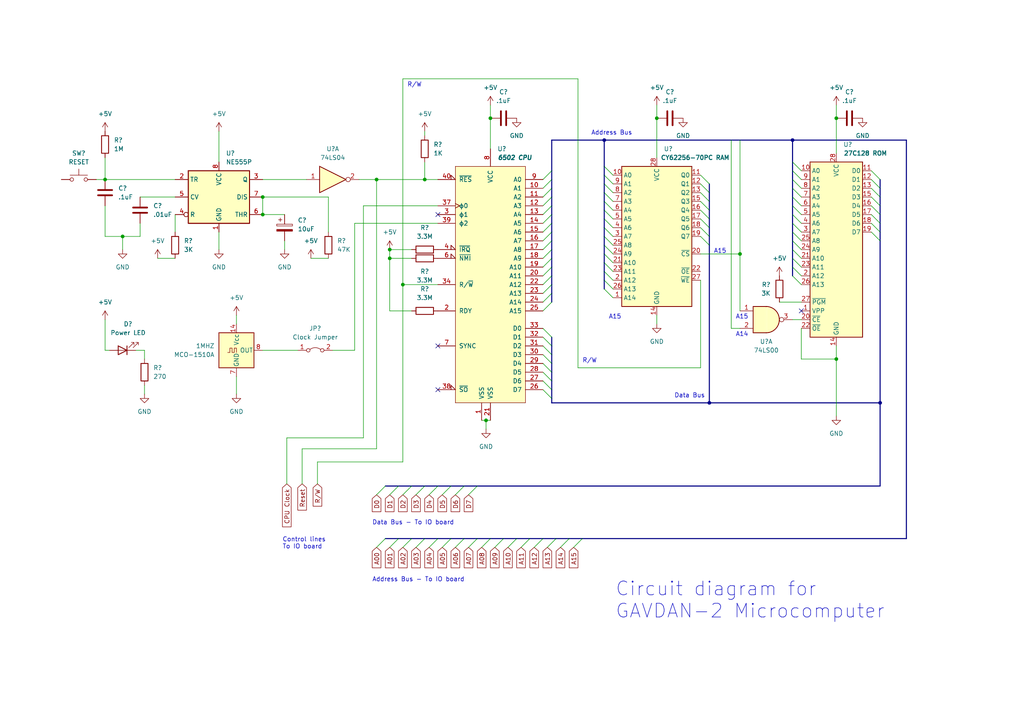
<source format=kicad_sch>
(kicad_sch (version 20211123) (generator eeschema)
  (paper "A4")
  (title_block (title "GAVDAN-2 Main Board") (date "09 October 2022") (rev "1.0"))
  (lib_symbols
    (symbol "65xx:6502" (pin_names (offset 1.016))
      (property "Reference" "U" (at -10.16 35.56 0))
      (property "Value" "6502" (at 0 0 90))
      (symbol "6502_0_1"
        (rectangle (start -10.16 34.29) (end 10.16 -34.29) (fill (type background)))
      )
      (symbol "6502_1_1"
        (pin power_in line (at -2.54 -39.37 90) (length 5.08) (name "VSS") (number "1"))
        (pin output line (at 15.24 27.94 180) (length 5.08) (name "A1") (number "10"))
        (pin output line (at 15.24 25.4 180) (length 5.08) (name "A2") (number "11"))
        (pin output line (at 15.24 22.86 180) (length 5.08) (name "A3") (number "12"))
        (pin output line (at 15.24 20.32 180) (length 5.08) (name "A4") (number "13"))
        (pin output line (at 15.24 17.78 180) (length 5.08) (name "A5") (number "14"))
        (pin output line (at 15.24 15.24 180) (length 5.08) (name "A6") (number "15"))
        (pin output line (at 15.24 12.7 180) (length 5.08) (name "A7") (number "16"))
        (pin output line (at 15.24 10.16 180) (length 5.08) (name "A8") (number "17"))
        (pin output line (at 15.24 7.62 180) (length 5.08) (name "A9") (number "18"))
        (pin output line (at 15.24 5.08 180) (length 5.08) (name "A10") (number "19"))
        (pin input line (at -15.24 -7.62 0) (length 5.08) (name "RDY") (number "2"))
        (pin output line (at 15.24 2.54 180) (length 5.08) (name "A11") (number "20"))
        (pin power_in line (at 0 -39.37 90) (length 5.08) (name "VSS") (number "21"))
        (pin output line (at 15.24 0 180) (length 5.08) (name "A12") (number "22"))
        (pin output line (at 15.24 -2.54 180) (length 5.08) (name "A13") (number "23"))
        (pin output line (at 15.24 -5.08 180) (length 5.08) (name "A14") (number "24"))
        (pin output line (at 15.24 -7.62 180) (length 5.08) (name "A15") (number "25"))
        (pin bidirectional line (at 15.24 -30.48 180) (length 5.08) (name "D7") (number "26"))
        (pin bidirectional line (at 15.24 -27.94 180) (length 5.08) (name "D6") (number "27"))
        (pin bidirectional line (at 15.24 -25.4 180) (length 5.08) (name "D5") (number "28"))
        (pin bidirectional line (at 15.24 -22.86 180) (length 5.08) (name "D4") (number "29"))
        (pin output line (at -15.24 20.32 0) (length 5.08) (name "ϕ1") (number "3"))
        (pin bidirectional line (at 15.24 -20.32 180) (length 5.08) (name "D3") (number "30"))
        (pin bidirectional line (at 15.24 -17.78 180) (length 5.08) (name "D2") (number "31"))
        (pin bidirectional line (at 15.24 -15.24 180) (length 5.08) (name "D1") (number "32"))
        (pin bidirectional line (at 15.24 -12.7 180) (length 5.08) (name "D0") (number "33"))
        (pin output line (at -15.24 0 0) (length 5.08) (name "R/~{W}") (number "34"))
        (pin no_connect non_logic (at -10.16 -25.4 0) (length 2.54) hide (name "nc") (number "35"))
        (pin no_connect non_logic (at -10.16 -27.94 0) (length 2.54) hide (name "nc") (number "36"))
        (pin input clock (at -15.24 22.86 0) (length 5.08) (name "ϕ0") (number "37"))
        (pin input input_low (at -15.24 -30.48 0) (length 5.08) (name "~{SO}") (number "38"))
        (pin output line (at -15.24 17.78 0) (length 5.08) (name "ϕ2") (number "39"))
        (pin input input_low (at -15.24 10.16 0) (length 5.08) (name "~{IRQ}") (number "4"))
        (pin input input_low (at -15.24 30.48 0) (length 5.08) (name "~{RES}") (number "40"))
        (pin no_connect non_logic (at -10.16 -22.86 0) (length 2.5654) hide (name "nc") (number "5"))
        (pin input input_low (at -15.24 7.62 0) (length 5.08) (name "~{NMI}") (number "6"))
        (pin output line (at -15.24 -17.78 0) (length 5.08) (name "SYNC") (number "7"))
        (pin power_in line (at 0 39.37 270) (length 5.08) (name "VCC") (number "8"))
        (pin output line (at 15.24 30.48 180) (length 5.08) (name "A0") (number "9"))
      )
    )
    (symbol "74xx:74LS00" (pin_names (offset 1.016))
      (property "Reference" "U" (at 0 1.27 0))
      (property "Value" "74LS00" (at 0 -1.27 0))
      (symbol "74LS00_1_1"
        (arc (start 0 -3.81) (mid 3.81 0) (end 0 3.81) (stroke (width 0.254)) (fill (type background)))
        (polyline (pts (xy 0 3.81) (xy -3.81 3.81) (xy -3.81 -3.81) (xy 0 -3.81)) (stroke (width 0.254)) (fill (type background)))
        (pin input line (at -7.62 2.54 0) (length 3.81) (name "~") (number "1"))
        (pin input line (at -7.62 -2.54 0) (length 3.81) (name "~") (number "2"))
        (pin output inverted (at 7.62 0 180) (length 3.81) (name "~") (number "3"))
      )
      (symbol "74LS00_1_2"
        (arc (start -3.81 -3.81) (mid -2.589 0) (end -3.81 3.81) (stroke (width 0.254)))
        (arc (start -0.6096 -3.81) (mid 2.1855 -2.584) (end 3.81 0) (stroke (width 0.254)) (fill (type background)))
        (polyline (pts (xy -3.81 -3.81) (xy -0.635 -3.81)) (stroke (width 0.254)) (fill (type background)))
        (polyline (pts (xy -3.81 3.81) (xy -0.635 3.81)) (stroke (width 0.254)) (fill (type background)))
        (polyline (pts (xy -0.635 3.81) (xy -3.81 3.81) (xy -3.81 3.81) (xy -3.556 3.4036) (xy -3.0226 2.2606) (xy -2.6924 1.0414) (xy -2.6162 -0.254) (xy -2.7686 -1.4986) (xy -3.175 -2.7178) (xy -3.81 -3.81) (xy -3.81 -3.81) (xy -0.635 -3.81)) (stroke (width -25.4)) (fill (type background)))
        (arc (start 3.81 0) (mid 2.1928 2.5925) (end -0.6096 3.81) (stroke (width 0.254)) (fill (type background)))
        (pin input inverted (at -7.62 2.54 0) (length 4.318) (name "~") (number "1"))
        (pin input inverted (at -7.62 -2.54 0) (length 4.318) (name "~") (number "2"))
        (pin output line (at 7.62 0 180) (length 3.81) (name "~") (number "3"))
      )
      (symbol "74LS00_2_1"
        (arc (start 0 -3.81) (mid 3.81 0) (end 0 3.81) (stroke (width 0.254)) (fill (type background)))
        (polyline (pts (xy 0 3.81) (xy -3.81 3.81) (xy -3.81 -3.81) (xy 0 -3.81)) (stroke (width 0.254)) (fill (type background)))
        (pin input line (at -7.62 2.54 0) (length 3.81) (name "~") (number "4"))
        (pin input line (at -7.62 -2.54 0) (length 3.81) (name "~") (number "5"))
        (pin output inverted (at 7.62 0 180) (length 3.81) (name "~") (number "6"))
      )
      (symbol "74LS00_2_2"
        (arc (start -3.81 -3.81) (mid -2.589 0) (end -3.81 3.81) (stroke (width 0.254)))
        (arc (start -0.6096 -3.81) (mid 2.1855 -2.584) (end 3.81 0) (stroke (width 0.254)) (fill (type background)))
        (polyline (pts (xy -3.81 -3.81) (xy -0.635 -3.81)) (stroke (width 0.254)) (fill (type background)))
        (polyline (pts (xy -3.81 3.81) (xy -0.635 3.81)) (stroke (width 0.254)) (fill (type background)))
        (polyline (pts (xy -0.635 3.81) (xy -3.81 3.81) (xy -3.81 3.81) (xy -3.556 3.4036) (xy -3.0226 2.2606) (xy -2.6924 1.0414) (xy -2.6162 -0.254) (xy -2.7686 -1.4986) (xy -3.175 -2.7178) (xy -3.81 -3.81) (xy -3.81 -3.81) (xy -0.635 -3.81)) (stroke (width -25.4)) (fill (type background)))
        (arc (start 3.81 0) (mid 2.1928 2.5925) (end -0.6096 3.81) (stroke (width 0.254)) (fill (type background)))
        (pin input inverted (at -7.62 2.54 0) (length 4.318) (name "~") (number "4"))
        (pin input inverted (at -7.62 -2.54 0) (length 4.318) (name "~") (number "5"))
        (pin output line (at 7.62 0 180) (length 3.81) (name "~") (number "6"))
      )
      (symbol "74LS00_3_1"
        (arc (start 0 -3.81) (mid 3.81 0) (end 0 3.81) (stroke (width 0.254)) (fill (type background)))
        (polyline (pts (xy 0 3.81) (xy -3.81 3.81) (xy -3.81 -3.81) (xy 0 -3.81)) (stroke (width 0.254)) (fill (type background)))
        (pin input line (at -7.62 -2.54 0) (length 3.81) (name "~") (number "10"))
        (pin output inverted (at 7.62 0 180) (length 3.81) (name "~") (number "8"))
        (pin input line (at -7.62 2.54 0) (length 3.81) (name "~") (number "9"))
      )
      (symbol "74LS00_3_2"
        (arc (start -3.81 -3.81) (mid -2.589 0) (end -3.81 3.81) (stroke (width 0.254)))
        (arc (start -0.6096 -3.81) (mid 2.1855 -2.584) (end 3.81 0) (stroke (width 0.254)) (fill (type background)))
        (polyline (pts (xy -3.81 -3.81) (xy -0.635 -3.81)) (stroke (width 0.254)) (fill (type background)))
        (polyline (pts (xy -3.81 3.81) (xy -0.635 3.81)) (stroke (width 0.254)) (fill (type background)))
        (polyline (pts (xy -0.635 3.81) (xy -3.81 3.81) (xy -3.81 3.81) (xy -3.556 3.4036) (xy -3.0226 2.2606) (xy -2.6924 1.0414) (xy -2.6162 -0.254) (xy -2.7686 -1.4986) (xy -3.175 -2.7178) (xy -3.81 -3.81) (xy -3.81 -3.81) (xy -0.635 -3.81)) (stroke (width -25.4)) (fill (type background)))
        (arc (start 3.81 0) (mid 2.1928 2.5925) (end -0.6096 3.81) (stroke (width 0.254)) (fill (type background)))
        (pin input inverted (at -7.62 -2.54 0) (length 4.318) (name "~") (number "10"))
        (pin output line (at 7.62 0 180) (length 3.81) (name "~") (number "8"))
        (pin input inverted (at -7.62 2.54 0) (length 4.318) (name "~") (number "9"))
      )
      (symbol "74LS00_4_1"
        (arc (start 0 -3.81) (mid 3.81 0) (end 0 3.81) (stroke (width 0.254)) (fill (type background)))
        (polyline (pts (xy 0 3.81) (xy -3.81 3.81) (xy -3.81 -3.81) (xy 0 -3.81)) (stroke (width 0.254)) (fill (type background)))
        (pin output inverted (at 7.62 0 180) (length 3.81) (name "~") (number "11"))
        (pin input line (at -7.62 2.54 0) (length 3.81) (name "~") (number "12"))
        (pin input line (at -7.62 -2.54 0) (length 3.81) (name "~") (number "13"))
      )
      (symbol "74LS00_4_2"
        (arc (start -3.81 -3.81) (mid -2.589 0) (end -3.81 3.81) (stroke (width 0.254)))
        (arc (start -0.6096 -3.81) (mid 2.1855 -2.584) (end 3.81 0) (stroke (width 0.254)) (fill (type background)))
        (polyline (pts (xy -3.81 -3.81) (xy -0.635 -3.81)) (stroke (width 0.254)) (fill (type background)))
        (polyline (pts (xy -3.81 3.81) (xy -0.635 3.81)) (stroke (width 0.254)) (fill (type background)))
        (polyline (pts (xy -0.635 3.81) (xy -3.81 3.81) (xy -3.81 3.81) (xy -3.556 3.4036) (xy -3.0226 2.2606) (xy -2.6924 1.0414) (xy -2.6162 -0.254) (xy -2.7686 -1.4986) (xy -3.175 -2.7178) (xy -3.81 -3.81) (xy -3.81 -3.81) (xy -0.635 -3.81)) (stroke (width -25.4)) (fill (type background)))
        (arc (start 3.81 0) (mid 2.1928 2.5925) (end -0.6096 3.81) (stroke (width 0.254)) (fill (type background)))
        (pin output line (at 7.62 0 180) (length 3.81) (name "~") (number "11"))
        (pin input inverted (at -7.62 2.54 0) (length 4.318) (name "~") (number "12"))
        (pin input inverted (at -7.62 -2.54 0) (length 4.318) (name "~") (number "13"))
      )
      (symbol "74LS00_5_0"
        (pin power_in line (at 0 12.7 270) (length 5.08) (name "VCC") (number "14"))
        (pin power_in line (at 0 -12.7 90) (length 5.08) (name "GND") (number "7"))
      )
      (symbol "74LS00_5_1"
        (rectangle (start -5.08 7.62) (end 5.08 -7.62) (stroke (width 0.254)) (fill (type background)))
      )
    )
    (symbol "74xx:74LS04"
      (property "Reference" "U" (at 0 1.27 0))
      (property "Value" "74LS04" (at 0 -1.27 0))
      (symbol "74LS04_1_0"
        (polyline (pts (xy -3.81 3.81) (xy -3.81 -3.81) (xy 3.81 0) (xy -3.81 3.81)) (stroke (width 0.254)) (fill (type background)))
        (pin input line (at -7.62 0 0) (length 3.81) (name "~") (number "1"))
        (pin output inverted (at 7.62 0 180) (length 3.81) (name "~") (number "2"))
      )
      (symbol "74LS04_2_0"
        (polyline (pts (xy -3.81 3.81) (xy -3.81 -3.81) (xy 3.81 0) (xy -3.81 3.81)) (stroke (width 0.254)) (fill (type background)))
        (pin input line (at -7.62 0 0) (length 3.81) (name "~") (number "3"))
        (pin output inverted (at 7.62 0 180) (length 3.81) (name "~") (number "4"))
      )
      (symbol "74LS04_3_0"
        (polyline (pts (xy -3.81 3.81) (xy -3.81 -3.81) (xy 3.81 0) (xy -3.81 3.81)) (stroke (width 0.254)) (fill (type background)))
        (pin input line (at -7.62 0 0) (length 3.81) (name "~") (number "5"))
        (pin output inverted (at 7.62 0 180) (length 3.81) (name "~") (number "6"))
      )
      (symbol "74LS04_4_0"
        (polyline (pts (xy -3.81 3.81) (xy -3.81 -3.81) (xy 3.81 0) (xy -3.81 3.81)) (stroke (width 0.254)) (fill (type background)))
        (pin output inverted (at 7.62 0 180) (length 3.81) (name "~") (number "8"))
        (pin input line (at -7.62 0 0) (length 3.81) (name "~") (number "9"))
      )
      (symbol "74LS04_5_0"
        (polyline (pts (xy -3.81 3.81) (xy -3.81 -3.81) (xy 3.81 0) (xy -3.81 3.81)) (stroke (width 0.254)) (fill (type background)))
        (pin output inverted (at 7.62 0 180) (length 3.81) (name "~") (number "10"))
        (pin input line (at -7.62 0 0) (length 3.81) (name "~") (number "11"))
      )
      (symbol "74LS04_6_0"
        (polyline (pts (xy -3.81 3.81) (xy -3.81 -3.81) (xy 3.81 0) (xy -3.81 3.81)) (stroke (width 0.254)) (fill (type background)))
        (pin output inverted (at 7.62 0 180) (length 3.81) (name "~") (number "12"))
        (pin input line (at -7.62 0 0) (length 3.81) (name "~") (number "13"))
      )
      (symbol "74LS04_7_0"
        (pin power_in line (at 0 12.7 270) (length 5.08) (name "VCC") (number "14"))
        (pin power_in line (at 0 -12.7 90) (length 5.08) (name "GND") (number "7"))
      )
      (symbol "74LS04_7_1"
        (rectangle (start -5.08 7.62) (end 5.08 -7.62) (stroke (width 0.254)) (fill (type background)))
      )
    )
    (symbol "Device:C" (pin_numbers hide) (pin_names (offset 0.254))
      (property "Reference" "C" (at 0.635 2.54 0))
      (property "Value" "C" (at 0.635 -2.54 0))
      (symbol "C_0_1"
        (polyline (pts (xy -2.032 -0.762) (xy 2.032 -0.762)) (stroke (width 0.508)))
        (polyline (pts (xy -2.032 0.762) (xy 2.032 0.762)) (stroke (width 0.508)))
      )
      (symbol "C_1_1"
        (pin passive line (at 0 3.81 270) (length 2.794) (name "~") (number "1"))
        (pin passive line (at 0 -3.81 90) (length 2.794) (name "~") (number "2"))
      )
    )
    (symbol "Device:C_Polarized" (pin_numbers hide) (pin_names (offset 0.254))
      (property "Reference" "C" (at 0.635 2.54 0))
      (property "Value" "C_Polarized" (at 0.635 -2.54 0))
      (symbol "C_Polarized_0_1"
        (rectangle (start -2.286 0.508) (end 2.286 1.016))
        (polyline (pts (xy -1.778 2.286) (xy -0.762 2.286)))
        (polyline (pts (xy -1.27 2.794) (xy -1.27 1.778)))
        (rectangle (start 2.286 -0.508) (end -2.286 -1.016) (fill (type outline)))
      )
      (symbol "C_Polarized_1_1"
        (pin passive line (at 0 3.81 270) (length 2.794) (name "~") (number "1"))
        (pin passive line (at 0 -3.81 90) (length 2.794) (name "~") (number "2"))
      )
    )
    (symbol "Device:LED" (pin_numbers hide) (pin_names (offset 1.016) hide)
      (property "Reference" "D" (at 0 2.54 0))
      (property "Value" "LED" (at 0 -2.54 0))
      (symbol "LED_0_1"
        (polyline (pts (xy -1.27 -1.27) (xy -1.27 1.27)) (stroke (width 0.254)))
        (polyline (pts (xy -1.27 0) (xy 1.27 0)))
        (polyline (pts (xy 1.27 -1.27) (xy 1.27 1.27) (xy -1.27 0) (xy 1.27 -1.27)) (stroke (width 0.254)))
        (polyline (pts (xy -3.048 -0.762) (xy -4.572 -2.286) (xy -3.81 -2.286) (xy -4.572 -2.286) (xy -4.572 -1.524)))
        (polyline (pts (xy -1.778 -0.762) (xy -3.302 -2.286) (xy -2.54 -2.286) (xy -3.302 -2.286) (xy -3.302 -1.524)))
      )
      (symbol "LED_1_1"
        (pin passive line (at -3.81 0 0) (length 2.54) (name "K") (number "1"))
        (pin passive line (at 3.81 0 180) (length 2.54) (name "A") (number "2"))
      )
    )
    (symbol "Device:R" (pin_numbers hide) (pin_names (offset 0))
      (property "Reference" "R" (at 2.032 0 90))
      (property "Value" "R" (at 0 0 90))
      (symbol "R_0_1"
        (rectangle (start -1.016 -2.54) (end 1.016 2.54) (stroke (width 0.254)))
      )
      (symbol "R_1_1"
        (pin passive line (at 0 3.81 270) (length 1.27) (name "~") (number "1"))
        (pin passive line (at 0 -3.81 90) (length 1.27) (name "~") (number "2"))
      )
    )
    (symbol "Jumper:Jumper_2_Bridged" (pin_names (offset 0) hide)
      (property "Reference" "JP" (at 0 1.905 0))
      (property "Value" "Jumper_2_Bridged" (at 0 -2.54 0))
      (symbol "Jumper_2_Bridged_0_0"
        (circle (center -2.032 0) (radius 0.508))
        (circle (center 2.032 0) (radius 0.508))
      )
      (symbol "Jumper_2_Bridged_0_1"
        (arc (start 1.524 0.254) (mid 0 0.762) (end -1.524 0.254))
      )
      (symbol "Jumper_2_Bridged_1_1"
        (pin passive line (at -5.08 0 0) (length 2.54) (name "A") (number "1"))
        (pin passive line (at 5.08 0 180) (length 2.54) (name "B") (number "2"))
      )
    )
    (symbol "Memory_EPROM:27C128"
      (property "Reference" "U" (at -7.62 26.67 0))
      (property "Value" "27C128" (at 2.54 -26.67 0))
      (symbol "27C128_1_1"
        (rectangle (start -7.62 25.4) (end 7.62 -25.4) (stroke (width 0.254)) (fill (type background)))
        (pin input line (at -10.16 -17.78 0) (length 2.54) (name "VPP") (number "1"))
        (pin input line (at -10.16 22.86 0) (length 2.54) (name "A0") (number "10"))
        (pin tri_state line (at 10.16 22.86 180) (length 2.54) (name "D0") (number "11"))
        (pin tri_state line (at 10.16 20.32 180) (length 2.54) (name "D1") (number "12"))
        (pin tri_state line (at 10.16 17.78 180) (length 2.54) (name "D2") (number "13"))
        (pin power_in line (at 0 -27.94 90) (length 2.54) (name "GND") (number "14"))
        (pin tri_state line (at 10.16 15.24 180) (length 2.54) (name "D3") (number "15"))
        (pin tri_state line (at 10.16 12.7 180) (length 2.54) (name "D4") (number "16"))
        (pin tri_state line (at 10.16 10.16 180) (length 2.54) (name "D5") (number "17"))
        (pin tri_state line (at 10.16 7.62 180) (length 2.54) (name "D6") (number "18"))
        (pin tri_state line (at 10.16 5.08 180) (length 2.54) (name "D7") (number "19"))
        (pin input line (at -10.16 -7.62 0) (length 2.54) (name "A12") (number "2"))
        (pin input line (at -10.16 -20.32 0) (length 2.54) (name "~{CE}") (number "20"))
        (pin input line (at -10.16 -2.54 0) (length 2.54) (name "A10") (number "21"))
        (pin input line (at -10.16 -22.86 0) (length 2.54) (name "~{OE}") (number "22"))
        (pin input line (at -10.16 -5.08 0) (length 2.54) (name "A11") (number "23"))
        (pin input line (at -10.16 0 0) (length 2.54) (name "A9") (number "24"))
        (pin input line (at -10.16 2.54 0) (length 2.54) (name "A8") (number "25"))
        (pin input line (at -10.16 -10.16 0) (length 2.54) (name "A13") (number "26"))
        (pin input line (at -10.16 -15.24 0) (length 2.54) (name "~{PGM}") (number "27"))
        (pin power_in line (at 0 27.94 270) (length 2.54) (name "VCC") (number "28"))
        (pin input line (at -10.16 5.08 0) (length 2.54) (name "A7") (number "3"))
        (pin input line (at -10.16 7.62 0) (length 2.54) (name "A6") (number "4"))
        (pin input line (at -10.16 10.16 0) (length 2.54) (name "A5") (number "5"))
        (pin input line (at -10.16 12.7 0) (length 2.54) (name "A4") (number "6"))
        (pin input line (at -10.16 15.24 0) (length 2.54) (name "A3") (number "7"))
        (pin input line (at -10.16 17.78 0) (length 2.54) (name "A2") (number "8"))
        (pin input line (at -10.16 20.32 0) (length 2.54) (name "A1") (number "9"))
      )
    )
    (symbol "Memory_RAM:CY62256-70PC"
      (property "Reference" "U" (at -10.16 20.955 0))
      (property "Value" "CY62256-70PC" (at 2.54 20.955 0))
      (symbol "CY62256-70PC_0_0"
        (pin power_in line (at 0 -22.86 90) (length 2.54) (name "GND") (number "14"))
        (pin power_in line (at 0 22.86 270) (length 2.54) (name "VCC") (number "28"))
      )
      (symbol "CY62256-70PC_0_1"
        (rectangle (start -10.16 20.32) (end 10.16 -20.32) (stroke (width 0.254)) (fill (type background)))
      )
      (symbol "CY62256-70PC_1_1"
        (pin input line (at -12.7 -17.78 0) (length 2.54) (name "A14") (number "1"))
        (pin input line (at -12.7 17.78 0) (length 2.54) (name "A0") (number "10"))
        (pin tri_state line (at 12.7 17.78 180) (length 2.54) (name "Q0") (number "11"))
        (pin tri_state line (at 12.7 15.24 180) (length 2.54) (name "Q1") (number "12"))
        (pin tri_state line (at 12.7 12.7 180) (length 2.54) (name "Q2") (number "13"))
        (pin tri_state line (at 12.7 10.16 180) (length 2.54) (name "Q3") (number "15"))
        (pin tri_state line (at 12.7 7.62 180) (length 2.54) (name "Q4") (number "16"))
        (pin tri_state line (at 12.7 5.08 180) (length 2.54) (name "Q5") (number "17"))
        (pin tri_state line (at 12.7 2.54 180) (length 2.54) (name "Q6") (number "18"))
        (pin tri_state line (at 12.7 0 180) (length 2.54) (name "Q7") (number "19"))
        (pin input line (at -12.7 -12.7 0) (length 2.54) (name "A12") (number "2"))
        (pin input line (at 12.7 -5.08 180) (length 2.54) (name "~{CS}") (number "20"))
        (pin input line (at -12.7 -7.62 0) (length 2.54) (name "A10") (number "21"))
        (pin input line (at 12.7 -10.16 180) (length 2.54) (name "~{OE}") (number "22"))
        (pin input line (at -12.7 -10.16 0) (length 2.54) (name "A11") (number "23"))
        (pin input line (at -12.7 -5.08 0) (length 2.54) (name "A9") (number "24"))
        (pin input line (at -12.7 -2.54 0) (length 2.54) (name "A8") (number "25"))
        (pin input line (at -12.7 -15.24 0) (length 2.54) (name "A13") (number "26"))
        (pin input line (at 12.7 -12.7 180) (length 2.54) (name "~{WE}") (number "27"))
        (pin input line (at -12.7 0 0) (length 2.54) (name "A7") (number "3"))
        (pin input line (at -12.7 2.54 0) (length 2.54) (name "A6") (number "4"))
        (pin input line (at -12.7 5.08 0) (length 2.54) (name "A5") (number "5"))
        (pin input line (at -12.7 7.62 0) (length 2.54) (name "A4") (number "6"))
        (pin input line (at -12.7 10.16 0) (length 2.54) (name "A3") (number "7"))
        (pin input line (at -12.7 12.7 0) (length 2.54) (name "A2") (number "8"))
        (pin input line (at -12.7 15.24 0) (length 2.54) (name "A1") (number "9"))
      )
    )
    (symbol "Oscillator:ACO-xxxMHz" (pin_names (offset 0.254))
      (property "Reference" "X" (at -5.08 6.35 0))
      (property "Value" "ACO-xxxMHz" (at 1.27 -6.35 0))
      (symbol "ACO-xxxMHz_0_1"
        (rectangle (start -5.08 5.08) (end 5.08 -5.08) (stroke (width 0.254)) (fill (type background)))
        (polyline (pts (xy -2.54 -0.635) (xy -1.905 -0.635) (xy -1.905 0.635) (xy -1.27 0.635) (xy -1.27 -0.635) (xy -0.635 -0.635) (xy -0.635 0.635) (xy 0 0.635) (xy 0 -0.635)))
      )
      (symbol "ACO-xxxMHz_1_1"
        (pin no_connect line (at -7.62 0 0) (length 2.54) hide (name "NC") (number "1"))
        (pin power_in line (at 0 7.62 270) (length 2.54) (name "Vcc") (number "14"))
        (pin power_in line (at 0 -7.62 90) (length 2.54) (name "GND") (number "7"))
        (pin output line (at 7.62 0 180) (length 2.54) (name "OUT") (number "8"))
      )
    )
    (symbol "Switch:SW_MEC_5G" (pin_numbers hide) (pin_names (offset 1.016) hide)
      (property "Reference" "SW" (at 1.27 2.54 0))
      (property "Value" "SW_MEC_5G" (at 0 -1.524 0))
      (symbol "SW_MEC_5G_0_1"
        (circle (center -2.032 0) (radius 0.508))
        (polyline (pts (xy 0 1.27) (xy 0 3.048)))
        (polyline (pts (xy 2.54 1.27) (xy -2.54 1.27)))
        (circle (center 2.032 0) (radius 0.508))
        (pin passive line (at -5.08 0 0) (length 2.54) (name "A") (number "1"))
        (pin passive line (at 5.08 0 180) (length 2.54) (name "B") (number "3"))
      )
      (symbol "SW_MEC_5G_1_1"
        (pin passive line (at -5.08 0 0) (length 2.54) hide (name "A") (number "2"))
        (pin passive line (at 5.08 0 180) (length 2.54) hide (name "B") (number "4"))
      )
    )
    (symbol "Timer:NE555P"
      (property "Reference" "U" (at -10.16 8.89 0))
      (property "Value" "NE555P" (at 2.54 8.89 0))
      (symbol "NE555P_0_0"
        (pin power_in line (at 0 -10.16 90) (length 2.54) (name "GND") (number "1"))
        (pin power_in line (at 0 10.16 270) (length 2.54) (name "VCC") (number "8"))
      )
      (symbol "NE555P_0_1"
        (rectangle (start -8.89 -7.62) (end 8.89 7.62) (stroke (width 0.254)) (fill (type background)))
        (rectangle (start -8.89 -7.62) (end 8.89 7.62) (stroke (width 0.254)) (fill (type background)))
      )
      (symbol "NE555P_1_1"
        (pin input line (at -12.7 5.08 0) (length 3.81) (name "TR") (number "2"))
        (pin output line (at 12.7 5.08 180) (length 3.81) (name "Q") (number "3"))
        (pin input inverted (at -12.7 -5.08 0) (length 3.81) (name "R") (number "4"))
        (pin input line (at -12.7 0 0) (length 3.81) (name "CV") (number "5"))
        (pin input line (at 12.7 -5.08 180) (length 3.81) (name "THR") (number "6"))
        (pin input line (at 12.7 0 180) (length 3.81) (name "DIS") (number "7"))
      )
    )
    (symbol "power:+5V" (power) (pin_names (offset 0))
      (property "Value" "+5V" (at 0 3.556 0))
      (symbol "+5V_0_1"
        (polyline (pts (xy -0.762 1.27) (xy 0 2.54)))
        (polyline (pts (xy 0 0) (xy 0 2.54)))
        (polyline (pts (xy 0 2.54) (xy 0.762 1.27)))
      )
      (symbol "+5V_1_1"
        (pin power_in line (at 0 0 90) (length 0) hide (name "+5V") (number "1"))
      )
    )
    (symbol "power:GND" (power) (pin_names (offset 0))
      (property "Value" "GND" (at 0 -3.81 0))
      (symbol "GND_0_1"
        (polyline (pts (xy 0 0) (xy 0 -1.27) (xy 1.27 -1.27) (xy 0 -2.54) (xy -1.27 -1.27) (xy 0 -1.27)))
      )
      (symbol "GND_1_1"
        (pin power_in line (at 0 0 270) (length 0) hide (name "GND") (number "1"))
      )
    )
  )
  (junction (at 35.56 68.58))
  (junction (at 109.22 52.07))
  (junction (at 113.03 72.39))
  (junction (at 116.84 82.55))
  (junction (at 113.03 74.93))
  (junction (at 255.27 116.84))
  (junction (at 123.19 52.07))
  (junction (at 214.63 73.66))
  (junction (at 76.2 62.23))
  (junction (at 30.48 52.07))
  (junction (at 205.74 116.84))
  (junction (at 175.26 40.64))
  (junction (at 242.57 104.14))
  (junction (at 76.2 57.15))
  (junction (at 229.87 40.64))
  (junction (at 242.57 34.29))
  (junction (at 140.97 121.92))
  (junction (at 142.24 34.29))
  (junction (at 190.5 34.29))
  (no_connect (at 127 62.23))
  (no_connect (at 127 100.33))
  (no_connect (at 127 113.03))
  (no_connect (at 232.41 90.17))
  (bus_entry (at 127 140.97) (size -2.54 2.54))
  (bus_entry (at 115.57 156.21) (size -2.54 2.54))
  (bus_entry (at 111.76 156.21) (size -2.54 2.54))
  (bus_entry (at 119.38 156.21) (size -2.54 2.54))
  (bus_entry (at 127 156.21) (size -2.54 2.54))
  (bus_entry (at 123.19 156.21) (size -2.54 2.54))
  (bus_entry (at 134.62 156.21) (size -2.54 2.54))
  (bus_entry (at 130.81 156.21) (size -2.54 2.54))
  (bus_entry (at 134.62 140.97) (size -2.54 2.54))
  (bus_entry (at 130.81 140.97) (size -2.54 2.54))
  (bus_entry (at 123.19 140.97) (size -2.54 2.54))
  (bus_entry (at 157.48 57.15) (size 2.54 -2.54))
  (bus_entry (at 157.48 59.69) (size 2.54 -2.54))
  (bus_entry (at 157.48 52.07) (size 2.54 -2.54))
  (bus_entry (at 157.48 54.61) (size 2.54 -2.54))
  (bus_entry (at 157.48 62.23) (size 2.54 -2.54))
  (bus_entry (at 157.48 67.31) (size 2.54 -2.54))
  (bus_entry (at 157.48 74.93) (size 2.54 -2.54))
  (bus_entry (at 157.48 72.39) (size 2.54 -2.54))
  (bus_entry (at 157.48 69.85) (size 2.54 -2.54))
  (bus_entry (at 157.48 77.47) (size 2.54 -2.54))
  (bus_entry (at 157.48 82.55) (size 2.54 -2.54))
  (bus_entry (at 157.48 87.63) (size 2.54 -2.54))
  (bus_entry (at 157.48 90.17) (size 2.54 -2.54))
  (bus_entry (at 157.48 80.01) (size 2.54 -2.54))
  (bus_entry (at 157.48 85.09) (size 2.54 -2.54))
  (bus_entry (at 157.48 64.77) (size 2.54 -2.54))
  (bus_entry (at 177.8 63.5) (size -2.54 -2.54))
  (bus_entry (at 177.8 60.96) (size -2.54 -2.54))
  (bus_entry (at 177.8 83.82) (size -2.54 -2.54))
  (bus_entry (at 177.8 81.28) (size -2.54 -2.54))
  (bus_entry (at 177.8 86.36) (size -2.54 -2.54))
  (bus_entry (at 177.8 55.88) (size -2.54 -2.54))
  (bus_entry (at 177.8 58.42) (size -2.54 -2.54))
  (bus_entry (at 177.8 50.8) (size -2.54 -2.54))
  (bus_entry (at 177.8 53.34) (size -2.54 -2.54))
  (bus_entry (at 177.8 73.66) (size -2.54 -2.54))
  (bus_entry (at 177.8 76.2) (size -2.54 -2.54))
  (bus_entry (at 177.8 78.74) (size -2.54 -2.54))
  (bus_entry (at 177.8 71.12) (size -2.54 -2.54))
  (bus_entry (at 177.8 68.58) (size -2.54 -2.54))
  (bus_entry (at 177.8 66.04) (size -2.54 -2.54))
  (bus_entry (at 203.2 58.42) (size 2.54 2.54))
  (bus_entry (at 203.2 60.96) (size 2.54 2.54))
  (bus_entry (at 203.2 68.58) (size 2.54 2.54))
  (bus_entry (at 203.2 50.8) (size 2.54 2.54))
  (bus_entry (at 203.2 53.34) (size 2.54 2.54))
  (bus_entry (at 203.2 55.88) (size 2.54 2.54))
  (bus_entry (at 203.2 66.04) (size 2.54 2.54))
  (bus_entry (at 203.2 63.5) (size 2.54 2.54))
  (bus_entry (at 157.48 156.21) (size -2.54 2.54))
  (bus_entry (at 165.1 156.21) (size -2.54 2.54))
  (bus_entry (at 161.29 156.21) (size -2.54 2.54))
  (bus_entry (at 232.41 67.31) (size -2.54 -2.54))
  (bus_entry (at 232.41 69.85) (size -2.54 -2.54))
  (bus_entry (at 232.41 82.55) (size -2.54 -2.54))
  (bus_entry (at 232.41 72.39) (size -2.54 -2.54))
  (bus_entry (at 232.41 74.93) (size -2.54 -2.54))
  (bus_entry (at 232.41 64.77) (size -2.54 -2.54))
  (bus_entry (at 232.41 80.01) (size -2.54 -2.54))
  (bus_entry (at 232.41 77.47) (size -2.54 -2.54))
  (bus_entry (at 232.41 49.53) (size -2.54 -2.54))
  (bus_entry (at 232.41 59.69) (size -2.54 -2.54))
  (bus_entry (at 232.41 54.61) (size -2.54 -2.54))
  (bus_entry (at 232.41 52.07) (size -2.54 -2.54))
  (bus_entry (at 232.41 62.23) (size -2.54 -2.54))
  (bus_entry (at 232.41 57.15) (size -2.54 -2.54))
  (bus_entry (at 146.05 156.21) (size -2.54 2.54))
  (bus_entry (at 142.24 156.21) (size -2.54 2.54))
  (bus_entry (at 138.43 156.21) (size -2.54 2.54))
  (bus_entry (at 157.48 95.25) (size 2.54 2.54))
  (bus_entry (at 157.48 113.03) (size 2.54 2.54))
  (bus_entry (at 157.48 102.87) (size 2.54 2.54))
  (bus_entry (at 157.48 97.79) (size 2.54 2.54))
  (bus_entry (at 157.48 110.49) (size 2.54 2.54))
  (bus_entry (at 157.48 105.41) (size 2.54 2.54))
  (bus_entry (at 157.48 100.33) (size 2.54 2.54))
  (bus_entry (at 157.48 107.95) (size 2.54 2.54))
  (bus_entry (at 115.57 140.97) (size -2.54 2.54))
  (bus_entry (at 138.43 140.97) (size -2.54 2.54))
  (bus_entry (at 149.86 156.21) (size -2.54 2.54))
  (bus_entry (at 168.91 156.21) (size -2.54 2.54))
  (bus_entry (at 119.38 140.97) (size -2.54 2.54))
  (bus_entry (at 252.73 67.31) (size 2.54 2.54))
  (bus_entry (at 252.73 62.23) (size 2.54 2.54))
  (bus_entry (at 252.73 49.53) (size 2.54 2.54))
  (bus_entry (at 252.73 64.77) (size 2.54 2.54))
  (bus_entry (at 252.73 59.69) (size 2.54 2.54))
  (bus_entry (at 252.73 57.15) (size 2.54 2.54))
  (bus_entry (at 252.73 52.07) (size 2.54 2.54))
  (bus_entry (at 252.73 54.61) (size 2.54 2.54))
  (bus_entry (at 111.76 140.97) (size -2.54 2.54))
  (bus_entry (at 153.67 156.21) (size -2.54 2.54))
  (wire (pts (xy 229.87 92.71) (xy 232.41 92.71)))
  (wire (pts (xy 102.87 64.77) (xy 127 64.77)))
  (bus (pts (xy 175.26 53.34) (xy 175.26 50.8)))
  (bus (pts (xy 229.87 54.61) (xy 229.87 57.15)))
  (bus (pts (xy 119.38 156.21) (xy 123.19 156.21)))
  (wire (pts (xy 113.03 74.93) (xy 113.03 72.39)))
  (bus (pts (xy 160.02 77.47) (xy 160.02 80.01)))
  (bus (pts (xy 229.87 67.31) (xy 229.87 69.85)))
  (bus (pts (xy 205.74 116.84) (xy 255.27 116.84)))
  (bus (pts (xy 175.26 68.58) (xy 175.26 66.04)))
  (wire (pts (xy 30.48 45.72) (xy 30.48 52.07)))
  (bus (pts (xy 168.91 156.21) (xy 262.89 156.21)))
  (bus (pts (xy 229.87 40.64) (xy 229.87 46.99)))
  (wire (pts (xy 116.84 22.86) (xy 167.64 22.86)))
  (bus (pts (xy 175.26 58.42) (xy 175.26 55.88)))
  (bus (pts (xy 175.26 40.64) (xy 229.87 40.64)))
  (wire (pts (xy 102.87 101.6) (xy 102.87 64.77)))
  (wire (pts (xy 116.84 82.55) (xy 116.84 133.985)))
  (bus (pts (xy 205.74 71.12) (xy 205.74 68.58)))
  (bus (pts (xy 255.27 57.15) (xy 255.27 59.69)))
  (wire (pts (xy 109.22 52.07) (xy 109.22 130.175)))
  (bus (pts (xy 175.26 78.74) (xy 175.26 76.2)))
  (wire (pts (xy 127 82.55) (xy 116.84 82.55)))
  (wire (pts (xy 113.03 90.17) (xy 113.03 74.93)))
  (bus (pts (xy 115.57 156.21) (xy 119.38 156.21)))
  (wire (pts (xy 140.97 121.92) (xy 142.24 121.92)))
  (bus (pts (xy 229.87 59.69) (xy 229.87 62.23)))
  (bus (pts (xy 160.02 85.09) (xy 160.02 87.63)))
  (bus (pts (xy 153.67 156.21) (xy 157.48 156.21)))
  (wire (pts (xy 63.5 67.31) (xy 63.5 72.39)))
  (bus (pts (xy 205.74 63.5) (xy 205.74 60.96)))
  (bus (pts (xy 160.02 40.64) (xy 160.02 49.53)))
  (bus (pts (xy 229.87 64.77) (xy 229.87 67.31)))
  (wire (pts (xy 142.24 34.29) (xy 142.24 43.18)))
  (bus (pts (xy 205.74 55.88) (xy 205.74 53.34)))
  (bus (pts (xy 119.38 140.97) (xy 123.19 140.97)))
  (wire (pts (xy 113.03 72.39) (xy 119.38 72.39)))
  (wire (pts (xy 35.56 68.58) (xy 35.56 72.39)))
  (wire (pts (xy 214.63 40.64) (xy 214.63 73.66)))
  (wire (pts (xy 109.22 52.07) (xy 123.19 52.07)))
  (bus (pts (xy 262.89 40.64) (xy 262.89 156.21)))
  (bus (pts (xy 229.87 62.23) (xy 229.87 64.77)))
  (wire (pts (xy 39.37 101.6) (xy 41.91 101.6)))
  (wire (pts (xy 116.84 82.55) (xy 116.84 22.86)))
  (bus (pts (xy 160.02 52.07) (xy 160.02 54.61)))
  (bus (pts (xy 160.02 72.39) (xy 160.02 74.93)))
  (bus (pts (xy 175.26 66.04) (xy 175.26 63.5)))
  (wire (pts (xy 96.52 101.6) (xy 102.87 101.6)))
  (wire (pts (xy 109.22 130.175) (xy 87.63 130.175)))
  (bus (pts (xy 142.24 156.21) (xy 146.05 156.21)))
  (bus (pts (xy 175.26 48.26) (xy 175.26 40.64)))
  (wire (pts (xy 68.58 109.22) (xy 68.58 114.3)))
  (wire (pts (xy 31.75 101.6) (xy 30.48 101.6)))
  (wire (pts (xy 232.41 95.25) (xy 232.41 104.14)))
  (wire (pts (xy 203.2 81.28) (xy 203.2 106.68)))
  (wire (pts (xy 35.56 68.58) (xy 40.64 68.58)))
  (wire (pts (xy 190.5 34.29) (xy 190.5 45.72)))
  (bus (pts (xy 255.27 67.31) (xy 255.27 69.85)))
  (bus (pts (xy 229.87 46.99) (xy 229.87 49.53)))
  (bus (pts (xy 175.26 60.96) (xy 175.26 58.42)))
  (wire (pts (xy 104.14 52.07) (xy 109.22 52.07)))
  (bus (pts (xy 160.02 113.03) (xy 160.02 115.57)))
  (wire (pts (xy 40.64 64.77) (xy 40.64 68.58)))
  (wire (pts (xy 30.48 52.07) (xy 50.8 52.07)))
  (bus (pts (xy 130.81 156.21) (xy 134.62 156.21)))
  (wire (pts (xy 30.48 68.58) (xy 35.56 68.58)))
  (bus (pts (xy 115.57 140.97) (xy 119.38 140.97)))
  (wire (pts (xy 82.55 69.85) (xy 82.55 72.39)))
  (wire (pts (xy 41.91 111.76) (xy 41.91 114.3)))
  (bus (pts (xy 229.87 49.53) (xy 229.87 52.07)))
  (bus (pts (xy 205.74 58.42) (xy 205.74 55.88)))
  (bus (pts (xy 255.27 59.69) (xy 255.27 62.23)))
  (bus (pts (xy 123.19 140.97) (xy 127 140.97)))
  (wire (pts (xy 242.57 30.48) (xy 242.57 34.29)))
  (wire (pts (xy 76.2 57.15) (xy 76.2 62.23)))
  (bus (pts (xy 175.26 63.5) (xy 175.26 60.96)))
  (wire (pts (xy 90.17 74.93) (xy 95.25 74.93)))
  (wire (pts (xy 190.5 30.48) (xy 190.5 34.29)))
  (wire (pts (xy 232.41 104.14) (xy 242.57 104.14)))
  (bus (pts (xy 160.02 110.49) (xy 160.02 113.03)))
  (wire (pts (xy 123.19 46.99) (xy 123.19 52.07)))
  (wire (pts (xy 86.36 101.6) (xy 76.2 101.6)))
  (wire (pts (xy 242.57 104.14) (xy 242.57 120.65)))
  (bus (pts (xy 175.26 83.82) (xy 175.26 81.28)))
  (wire (pts (xy 123.19 52.07) (xy 127 52.07)))
  (bus (pts (xy 146.05 156.21) (xy 149.86 156.21)))
  (wire (pts (xy 87.63 130.175) (xy 87.63 140.335)))
  (wire (pts (xy 40.64 57.15) (xy 50.8 57.15)))
  (bus (pts (xy 255.27 52.07) (xy 255.27 54.61)))
  (wire (pts (xy 242.57 100.33) (xy 242.57 104.14)))
  (bus (pts (xy 160.02 80.01) (xy 160.02 82.55)))
  (wire (pts (xy 140.97 121.92) (xy 140.97 124.46)))
  (wire (pts (xy 212.09 95.25) (xy 212.09 40.64)))
  (bus (pts (xy 160.02 64.77) (xy 160.02 67.31)))
  (wire (pts (xy 190.5 91.44) (xy 190.5 93.98)))
  (wire (pts (xy 41.91 101.6) (xy 41.91 104.14)))
  (wire (pts (xy 105.41 127) (xy 83.185 127)))
  (bus (pts (xy 255.27 116.84) (xy 255.27 140.97)))
  (bus (pts (xy 138.43 156.21) (xy 142.24 156.21)))
  (wire (pts (xy 123.19 38.1) (xy 123.19 39.37)))
  (bus (pts (xy 205.74 116.84) (xy 205.74 71.12)))
  (bus (pts (xy 134.62 156.21) (xy 138.43 156.21)))
  (bus (pts (xy 175.26 81.28) (xy 175.26 78.74)))
  (bus (pts (xy 161.29 156.21) (xy 165.1 156.21)))
  (wire (pts (xy 203.2 73.66) (xy 214.63 73.66)))
  (bus (pts (xy 175.26 48.26) (xy 175.26 50.8)))
  (bus (pts (xy 160.02 69.85) (xy 160.02 72.39)))
  (bus (pts (xy 205.74 68.58) (xy 205.74 66.04)))
  (bus (pts (xy 255.27 64.77) (xy 255.27 67.31)))
  (wire (pts (xy 214.63 73.66) (xy 214.63 90.17)))
  (bus (pts (xy 127 140.97) (xy 130.81 140.97)))
  (bus (pts (xy 111.76 140.97) (xy 115.57 140.97)))
  (bus (pts (xy 165.1 156.21) (xy 168.91 156.21)))
  (wire (pts (xy 139.7 121.92) (xy 140.97 121.92)))
  (bus (pts (xy 160.02 115.57) (xy 160.02 116.84)))
  (wire (pts (xy 105.41 59.69) (xy 105.41 127)))
  (wire (pts (xy 45.72 74.93) (xy 50.8 74.93)))
  (wire (pts (xy 83.185 127) (xy 83.185 140.335)))
  (bus (pts (xy 175.26 76.2) (xy 175.26 73.66)))
  (bus (pts (xy 160.02 105.41) (xy 160.02 107.95)))
  (bus (pts (xy 175.26 55.88) (xy 175.26 53.34)))
  (bus (pts (xy 160.02 62.23) (xy 160.02 64.77)))
  (wire (pts (xy 30.48 59.69) (xy 30.48 68.58)))
  (wire (pts (xy 167.64 106.68) (xy 203.2 106.68)))
  (bus (pts (xy 255.27 69.85) (xy 255.27 116.84)))
  (wire (pts (xy 30.48 92.71) (xy 30.48 101.6)))
  (bus (pts (xy 160.02 67.31) (xy 160.02 69.85)))
  (wire (pts (xy 142.24 30.48) (xy 142.24 34.29)))
  (wire (pts (xy 242.57 34.29) (xy 242.57 44.45)))
  (bus (pts (xy 160.02 57.15) (xy 160.02 59.69)))
  (wire (pts (xy 76.2 52.07) (xy 88.9 52.07)))
  (wire (pts (xy 226.06 87.63) (xy 232.41 87.63)))
  (bus (pts (xy 160.02 107.95) (xy 160.02 110.49)))
  (wire (pts (xy 68.58 91.44) (xy 68.58 93.98)))
  (bus (pts (xy 205.74 66.04) (xy 205.74 63.5)))
  (bus (pts (xy 229.87 72.39) (xy 229.87 74.93)))
  (bus (pts (xy 229.87 57.15) (xy 229.87 59.69)))
  (bus (pts (xy 127 156.21) (xy 130.81 156.21)))
  (wire (pts (xy 95.25 57.15) (xy 95.25 67.31)))
  (wire (pts (xy 214.63 95.25) (xy 212.09 95.25)))
  (wire (pts (xy 76.2 57.15) (xy 95.25 57.15)))
  (bus (pts (xy 175.26 40.64) (xy 160.02 40.64)))
  (bus (pts (xy 149.86 156.21) (xy 153.67 156.21)))
  (bus (pts (xy 160.02 82.55) (xy 160.02 85.09)))
  (wire (pts (xy 76.2 62.23) (xy 82.55 62.23)))
  (bus (pts (xy 255.27 62.23) (xy 255.27 64.77)))
  (bus (pts (xy 205.74 60.96) (xy 205.74 58.42)))
  (wire (pts (xy 50.8 62.23) (xy 50.8 67.31)))
  (bus (pts (xy 160.02 116.84) (xy 205.74 116.84)))
  (wire (pts (xy 116.84 133.985) (xy 92.075 133.985)))
  (bus (pts (xy 175.26 71.12) (xy 175.26 68.58)))
  (wire (pts (xy 119.38 90.17) (xy 113.03 90.17)))
  (bus (pts (xy 130.81 140.97) (xy 134.62 140.97)))
  (bus (pts (xy 229.87 40.64) (xy 262.89 40.64)))
  (wire (pts (xy 113.03 74.93) (xy 119.38 74.93)))
  (bus (pts (xy 160.02 97.79) (xy 160.02 100.33)))
  (bus (pts (xy 157.48 156.21) (xy 161.29 156.21)))
  (bus (pts (xy 160.02 74.93) (xy 160.02 77.47)))
  (bus (pts (xy 160.02 49.53) (xy 160.02 52.07)))
  (bus (pts (xy 160.02 100.33) (xy 160.02 102.87)))
  (bus (pts (xy 229.87 77.47) (xy 229.87 80.01)))
  (bus (pts (xy 123.19 156.21) (xy 127 156.21)))
  (bus (pts (xy 229.87 52.07) (xy 229.87 54.61)))
  (wire (pts (xy 63.5 38.1) (xy 63.5 46.99)))
  (bus (pts (xy 111.76 156.21) (xy 115.57 156.21)))
  (bus (pts (xy 229.87 74.93) (xy 229.87 77.47)))
  (wire (pts (xy 105.41 59.69) (xy 127 59.69)))
  (bus (pts (xy 160.02 54.61) (xy 160.02 57.15)))
  (bus (pts (xy 138.43 140.97) (xy 255.27 140.97)))
  (bus (pts (xy 255.27 54.61) (xy 255.27 57.15)))
  (bus (pts (xy 229.87 69.85) (xy 229.87 72.39)))
  (bus (pts (xy 160.02 59.69) (xy 160.02 62.23)))
  (bus (pts (xy 175.26 73.66) (xy 175.26 71.12)))
  (wire (pts (xy 27.94 52.07) (xy 30.48 52.07)))
  (bus (pts (xy 160.02 102.87) (xy 160.02 105.41)))
  (wire (pts (xy 167.64 22.86) (xy 167.64 106.68)))
  (bus (pts (xy 134.62 140.97) (xy 138.43 140.97)))
  (wire (pts (xy 92.075 133.985) (xy 92.075 140.335)))
  (text "A15" (at 207.01 73.66 0) (effects (font (size 1.27 1.27)) (justify left bottom)))
  (text "Data Bus" (at 195.58 115.57 0) (effects (font (size 1.27 1.27)) (justify left bottom)))
  (text "R/W\n" (at 168.91 105.41 0) (effects (font (size 1.27 1.27)) (justify left bottom)))
  (text "A15" (at 176.53 92.71 0) (effects (font (size 1.27 1.27)) (justify left bottom)))
  (text "Data Bus - To IO board" (at 107.95 152.4 0) (effects (font (size 1.27 1.27)) (justify left bottom)))
  (text "Address Bus - To IO board" (at 107.95 168.91 0) (effects (font (size 1.27 1.27)) (justify left bottom)))
  (text "Control lines\nTo IO board" (at 81.915 159.385 0) (effects (font (size 1.27 1.27)) (justify left bottom)))
  (text "Circuit diagram for\nGAVDAN-2 Microcomputer" (at 178.435 179.705 0) (effects (font (size 4 4)) (justify left bottom)))
  (text "R/W\n" (at 118.11 25.4 0) (effects (font (size 1.27 1.27)) (justify left bottom)))
  (text "A15" (at 213.36 92.71 0) (effects (font (size 1.27 1.27)) (justify left bottom)))
  (text "A14\n" (at 213.36 97.79 0) (effects (font (size 1.27 1.27)) (justify left bottom)))
  (text "Address Bus" (at 171.45 39.37 0) (effects (font (size 1.27 1.27)) (justify left bottom)))
  (global_label "D6" (shape input) (at 132.08 143.51 270) (property "Intersheet References" "${INTERSHEET_REFS}" (effects hide)))
  (global_label "A12" (shape input) (at 154.94 158.75 270) (property "Intersheet References" "${INTERSHEET_REFS}" (effects hide)))
  (global_label "A06" (shape input) (at 132.08 158.75 270) (property "Intersheet References" "${INTERSHEET_REFS}" (effects hide)))
  (global_label "D4" (shape input) (at 124.46 143.51 270) (property "Intersheet References" "${INTERSHEET_REFS}" (effects hide)))
  (global_label "A14" (shape input) (at 162.56 158.75 270) (property "Intersheet References" "${INTERSHEET_REFS}" (effects hide)))
  (global_label "R{slash}W" (shape input) (at 92.075 140.335 270) (property "Intersheet References" "${INTERSHEET_REFS}" (effects hide)))
  (global_label "A11" (shape input) (at 151.13 158.75 270) (property "Intersheet References" "${INTERSHEET_REFS}" (effects hide)))
  (global_label "A04" (shape input) (at 124.46 158.75 270) (property "Intersheet References" "${INTERSHEET_REFS}" (effects hide)))
  (global_label "A10" (shape input) (at 147.32 158.75 270) (property "Intersheet References" "${INTERSHEET_REFS}" (effects hide)))
  (global_label "D3" (shape input) (at 120.65 143.51 270) (property "Intersheet References" "${INTERSHEET_REFS}" (effects hide)))
  (global_label "A08" (shape input) (at 139.7 158.75 270) (property "Intersheet References" "${INTERSHEET_REFS}" (effects hide)))
  (global_label "D2" (shape input) (at 116.84 143.51 270) (property "Intersheet References" "${INTERSHEET_REFS}" (effects hide)))
  (global_label "A15" (shape input) (at 166.37 158.75 270) (property "Intersheet References" "${INTERSHEET_REFS}" (effects hide)))
  (global_label "D5" (shape input) (at 128.27 143.51 270) (property "Intersheet References" "${INTERSHEET_REFS}" (effects hide)))
  (global_label "A05" (shape input) (at 128.27 158.75 270) (property "Intersheet References" "${INTERSHEET_REFS}" (effects hide)))
  (global_label "A07" (shape input) (at 135.89 158.75 270) (property "Intersheet References" "${INTERSHEET_REFS}" (effects hide)))
  (global_label "A03" (shape input) (at 120.65 158.75 270) (property "Intersheet References" "${INTERSHEET_REFS}" (effects hide)))
  (global_label "A09" (shape input) (at 143.51 158.75 270) (property "Intersheet References" "${INTERSHEET_REFS}" (effects hide)))
  (global_label "A01" (shape input) (at 113.03 158.75 270) (property "Intersheet References" "${INTERSHEET_REFS}" (effects hide)))
  (global_label "D0" (shape input) (at 109.22 143.51 270) (property "Intersheet References" "${INTERSHEET_REFS}" (effects hide)))
  (global_label "Reset" (shape input) (at 87.63 140.335 270) (property "Intersheet References" "${INTERSHEET_REFS}" (effects hide)))
  (global_label "D1" (shape input) (at 113.03 143.51 270) (property "Intersheet References" "${INTERSHEET_REFS}" (effects hide)))
  (global_label "A00" (shape input) (at 109.22 158.75 270) (property "Intersheet References" "${INTERSHEET_REFS}" (effects hide)))
  (global_label "A13" (shape input) (at 158.75 158.75 270) (property "Intersheet References" "${INTERSHEET_REFS}" (effects hide)))
  (global_label "CPU Clock" (shape input) (at 83.185 140.335 270) (property "Intersheet References" "${INTERSHEET_REFS}" (effects hide)))
  (global_label "D7" (shape input) (at 135.89 143.51 270) (property "Intersheet References" "${INTERSHEET_REFS}" (effects hide)))
  (global_label "A02" (shape input) (at 116.84 158.75 270) (property "Intersheet References" "${INTERSHEET_REFS}" (effects hide)))
  (symbol (lib_id "Device:LED") (at 35.56 101.6 180) (unit 1)
    (property "Reference" "D?" (at 37.1475 93.98 0))
    (property "Value" "Power LED" (at 37.1475 96.52 0))
  )
  (symbol (lib_id "power:+5V") (at 30.48 38.1 0) (unit 1)
    (property "Reference" "#PWR?" (effects hide))
    (property "Value" "+5V" (at 30.48 33.02 0))
  )
  (symbol (lib_id "Switch:SW_MEC_5G") (at 22.86 52.07 0) (unit 1)
    (property "Reference" "SW?" (at 22.86 44.45 0))
    (property "Value" "RESET" (at 22.86 46.99 0))
    (property "Datasheet" "http://www.apem.com/int/index.php?controller=attachment&id_attachment=488" (effects hide))
  )
  (symbol (lib_id "power:GND") (at 149.86 34.29 0) (unit 1)
    (property "Reference" "#PWR?" (effects hide))
    (property "Value" "GND" (at 149.86 39.37 0))
  )
  (symbol (lib_id "power:+5V") (at 123.19 38.1 0) (unit 1)
    (property "Reference" "#PWR?" (effects hide))
    (property "Value" "+5V" (at 123.19 33.02 0))
  )
  (symbol (lib_id "Device:R") (at 123.19 90.17 90) (unit 1)
    (property "Reference" "R?" (at 123.19 83.82 90))
    (property "Value" "3.3M" (at 123.19 86.36 90))
  )
  (symbol (lib_id "power:+5V") (at 142.24 30.48 0) (unit 1)
    (property "Reference" "#PWR?" (effects hide))
    (property "Value" "+5V" (at 142.24 25.4 0))
  )
  (symbol (lib_id "Device:R") (at 95.25 71.12 180) (unit 1)
    (property "Reference" "R?" (at 97.79 69.8499 0) (effects (justify right)))
    (property "Value" "47K" (at 97.79 72.3899 0) (effects (justify right)))
  )
  (symbol (lib_id "power:GND") (at 82.55 72.39 0) (unit 1)
    (property "Reference" "#PWR?" (effects hide))
    (property "Value" "GND" (at 82.55 77.47 0))
  )
  (symbol (lib_id "power:GND") (at 68.58 114.3 0) (unit 1)
    (property "Reference" "#PWR?" (effects hide))
    (property "Value" "GND" (at 68.58 119.38 0))
  )
  (symbol (lib_id "power:+5V") (at 63.5 38.1 0) (unit 1)
    (property "Reference" "#PWR?" (effects hide))
    (property "Value" "+5V" (at 63.5 33.02 0))
  )
  (symbol (lib_id "74xx:74LS00") (at 222.25 92.71 0) (unit 1)
    (property "Reference" "U?" (at 222.25 99.06 0))
    (property "Value" "74LS00" (at 222.25 101.6 0))
    (property "Datasheet" "http://www.ti.com/lit/gpn/sn74ls00" (effects hide))
  )
  (symbol (lib_id "Timer:NE555P") (at 63.5 57.15 0) (unit 1)
    (property "Reference" "U?" (at 65.5194 44.45 0) (effects (justify left)))
    (property "Value" "NE555P" (at 65.5194 46.99 0) (effects (justify left)))
    (property "Footprint" "Package_DIP:DIP-8_W7.62mm" (effects hide))
    (property "Datasheet" "http://www.ti.com/lit/ds/symlink/ne555.pdf" (effects hide))
  )
  (symbol (lib_id "Device:R") (at 226.06 83.82 180) (unit 1)
    (property "Reference" "R?" (at 223.52 82.5499 0) (effects (justify left)))
    (property "Value" "3K" (at 223.52 85.0899 0) (effects (justify left)))
  )
  (symbol (lib_id "Device:R") (at 123.19 74.93 270) (mirror x) (unit 1)
    (property "Reference" "R?" (at 123.19 78.74 90))
    (property "Value" "3.3M" (at 123.19 81.28 90))
  )
  (symbol (lib_id "power:+5V") (at 190.5 30.48 0) (unit 1)
    (property "Reference" "#PWR?" (effects hide))
    (property "Value" "+5V" (at 190.5 25.4 0))
  )
  (symbol (lib_id "power:+5V") (at 30.48 92.71 0) (unit 1)
    (property "Reference" "#PWR?" (effects hide))
    (property "Value" "+5V" (at 30.48 87.63 0))
  )
  (symbol (lib_id "Device:R") (at 123.19 72.39 90) (unit 1)
    (property "Reference" "R?" (at 123.19 66.04 90))
    (property "Value" "3.3M" (at 123.19 68.58 90))
  )
  (symbol (lib_id "Device:C") (at 194.31 34.29 90) (unit 1)
    (property "Reference" "C?" (at 194.31 26.67 90))
    (property "Value" ".1uF" (at 194.31 29.21 90))
  )
  (symbol (lib_id "power:GND") (at 63.5 72.39 0) (unit 1)
    (property "Reference" "#PWR?" (effects hide))
    (property "Value" "GND" (at 63.5 77.47 0))
  )
  (symbol (lib_id "Memory_RAM:CY62256-70PC") (at 190.5 68.58 0) (unit 1)
    (property "Reference" "U?" (at 192.5194 43.18 0) (effects (justify left)))
    (property "Value" "CY62256-70PC RAM" (at 191.5194 45.72 0) (effects (font bold) (justify left)))
    (property "Footprint" "Package_DIP:DIP-28_W15.24mm" (effects hide))
    (property "Datasheet" "https://ecee.colorado.edu/~mcclurel/Cypress_SRAM_CY62256.pdf" (effects hide))
  )
  (symbol (lib_id "Device:C") (at 146.05 34.29 90) (unit 1)
    (property "Reference" "C?" (at 146.05 26.67 90))
    (property "Value" ".1uF" (at 146.05 29.21 90))
  )
  (symbol (lib_id "power:GND") (at 35.56 72.39 0) (unit 1)
    (property "Reference" "#PWR?" (effects hide))
    (property "Value" "GND" (at 35.56 77.47 0))
  )
  (symbol (lib_id "Device:C_Polarized") (at 82.55 66.04 0) (unit 1)
    (property "Reference" "C?" (at 86.36 63.8809 0) (effects (justify left)))
    (property "Value" "10uF" (at 86.36 66.4209 0) (effects (justify left)))
  )
  (symbol (lib_id "Device:R") (at 50.8 71.12 0) (unit 1)
    (property "Reference" "R?" (at 53.34 69.8499 0) (effects (justify left)))
    (property "Value" "3K" (at 53.34 72.3899 0) (effects (justify left)))
  )
  (symbol (lib_id "Oscillator:ACO-xxxMHz") (at 68.58 101.6 0) (unit 1)
    (property "Reference" "1MHZ" (at 62.23 100.3299 0) (effects (justify right)))
    (property "Value" "MCO-1510A" (at 62.23 102.8699 0) (effects (justify right)))
    (property "Footprint" "Oscillator:Oscillator_DIP-14" (effects hide))
    (property "Datasheet" "http://www.conwin.com/datasheets/cx/cx030.pdf" (effects hide))
  )
  (symbol (lib_id "power:GND") (at 198.12 34.29 0) (unit 1)
    (property "Reference" "#PWR?" (effects hide))
    (property "Value" "GND" (at 198.12 39.37 0))
  )
  (symbol (lib_id "Jumper:Jumper_2_Bridged") (at 91.44 101.6 0) (unit 1)
    (property "Reference" "JP?" (at 91.44 95.25 0))
    (property "Value" "Clock Jumper" (at 91.44 97.79 0))
  )
  (symbol (lib_id "power:+5V") (at 90.17 74.93 0) (unit 1)
    (property "Reference" "#PWR?" (effects hide))
    (property "Value" "+5V" (at 90.17 69.85 0))
  )
  (symbol (lib_id "power:GND") (at 242.57 120.65 0) (unit 1)
    (property "Reference" "#PWR?" (effects hide))
    (property "Value" "GND" (at 242.57 125.73 0))
  )
  (symbol (lib_id "power:GND") (at 250.19 34.29 0) (unit 1)
    (property "Reference" "#PWR?" (effects hide))
    (property "Value" "GND" (at 250.19 39.37 0))
  )
  (symbol (lib_id "74xx:74LS04") (at 96.52 52.07 0) (unit 1)
    (property "Reference" "U?" (at 96.52 43.18 0))
    (property "Value" "74LS04" (at 96.52 45.72 0))
    (property "Datasheet" "http://www.ti.com/lit/gpn/sn74LS04" (effects hide))
  )
  (symbol (lib_id "Device:C") (at 30.48 55.88 0) (unit 1)
    (property "Reference" "C?" (at 34.29 54.6099 0) (effects (justify left)))
    (property "Value" ".1uF" (at 34.29 57.1499 0) (effects (justify left)))
  )
  (symbol (lib_id "Device:R") (at 123.19 43.18 0) (unit 1)
    (property "Reference" "R?" (at 125.73 41.9099 0) (effects (justify left)))
    (property "Value" "1K" (at 125.73 44.4499 0) (effects (justify left)))
  )
  (symbol (lib_id "power:+5V") (at 242.57 30.48 0) (unit 1)
    (property "Reference" "#PWR?" (effects hide))
    (property "Value" "+5V" (at 242.57 25.4 0))
  )
  (symbol (lib_id "65xx:6502") (at 142.24 82.55 0) (unit 1)
    (property "Reference" "U?" (at 144.2594 43.18 0) (effects (justify left)))
    (property "Value" "6502 CPU" (at 144.2594 45.72 0) (effects (font bold italic) (justify left)))
    (property "Datasheet" "http://www.6502.org/documents/datasheets/mos/mos_6500_mpu_mar_1980.pdf" (effects hide))
  )
  (symbol (lib_id "power:+5V") (at 113.03 72.39 0) (unit 1)
    (property "Reference" "#PWR?" (effects hide))
    (property "Value" "+5V" (at 113.03 67.31 0))
  )
  (symbol (lib_id "power:+5V") (at 45.72 74.93 0) (unit 1)
    (property "Reference" "#PWR?" (effects hide))
    (property "Value" "+5V" (at 45.72 69.85 0))
  )
  (symbol (lib_id "power:GND") (at 140.97 124.46 0) (unit 1)
    (property "Reference" "#PWR?" (effects hide))
    (property "Value" "GND" (at 140.97 129.54 0))
  )
  (symbol (lib_id "Memory_EPROM:27C128") (at 242.57 72.39 0) (unit 1)
    (property "Reference" "U?" (at 244.5894 41.91 0) (effects (justify left)))
    (property "Value" "27C128 ROM" (at 244.5894 44.45 0) (effects (font bold) (justify left)))
    (property "Footprint" "Package_DIP:DIP-28_W15.24mm" (effects hide))
    (property "Datasheet" "http://ww1.microchip.com/downloads/en/devicedoc/11003L.pdf" (effects hide))
  )
  (symbol (lib_id "power:GND") (at 41.91 114.3 0) (unit 1)
    (property "Reference" "#PWR?" (effects hide))
    (property "Value" "GND" (at 41.91 119.38 0))
  )
  (symbol (lib_id "Device:R") (at 41.91 107.95 0) (unit 1)
    (property "Reference" "R?" (at 44.45 106.6799 0) (effects (justify left)))
    (property "Value" "270" (at 44.45 109.2199 0) (effects (justify left)))
  )
  (symbol (lib_id "power:+5V") (at 226.06 80.01 0) (unit 1)
    (property "Reference" "#PWR?" (effects hide))
    (property "Value" "+5V" (at 226.06 74.93 0))
  )
  (symbol (lib_id "power:GND") (at 190.5 93.98 0) (unit 1)
    (property "Reference" "#PWR?" (effects hide))
    (property "Value" "GND" (at 190.5 99.06 0))
  )
  (symbol (lib_id "power:+5V") (at 68.58 91.44 0) (unit 1)
    (property "Reference" "#PWR?" (effects hide))
    (property "Value" "+5V" (at 68.58 86.36 0))
  )
  (symbol (lib_id "Device:C") (at 246.38 34.29 90) (unit 1)
    (property "Reference" "C?" (at 246.38 26.67 90))
    (property "Value" ".1uF" (at 246.38 29.21 90))
  )
  (symbol (lib_id "Device:R") (at 30.48 41.91 0) (unit 1)
    (property "Reference" "R?" (at 33.02 40.6399 0) (effects (justify left)))
    (property "Value" "1M" (at 33.02 43.1799 0) (effects (justify left)))
  )
  (symbol (lib_id "Device:C") (at 40.64 60.96 180) (unit 1)
    (property "Reference" "C?" (at 44.45 59.6899 0) (effects (justify right)))
    (property "Value" ".01uF" (at 44.45 62.2299 0) (effects (justify right)))
  )
)
</source>
